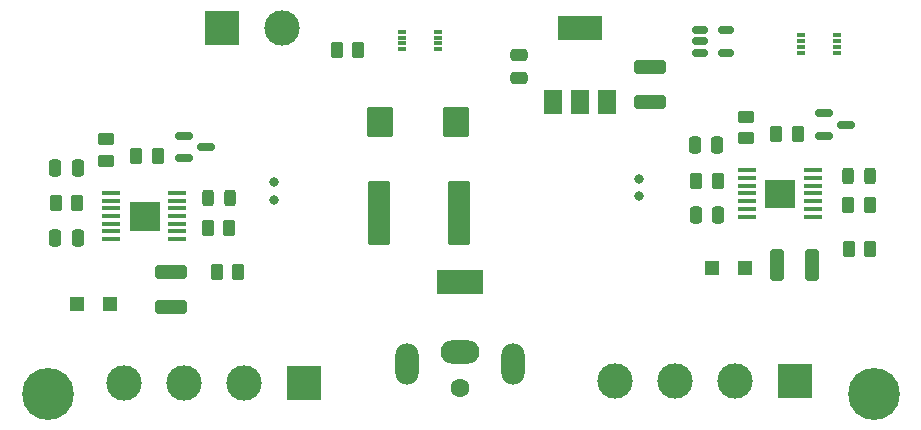
<source format=gbr>
%TF.GenerationSoftware,KiCad,Pcbnew,7.0.7*%
%TF.CreationDate,2024-03-31T21:55:30-04:00*%
%TF.ProjectId,4ch-driver-v0,3463682d-6472-4697-9665-722d76302e6b,rev?*%
%TF.SameCoordinates,Original*%
%TF.FileFunction,Soldermask,Top*%
%TF.FilePolarity,Negative*%
%FSLAX46Y46*%
G04 Gerber Fmt 4.6, Leading zero omitted, Abs format (unit mm)*
G04 Created by KiCad (PCBNEW 7.0.7) date 2024-03-31 21:55:30*
%MOMM*%
%LPD*%
G01*
G04 APERTURE LIST*
G04 Aperture macros list*
%AMRoundRect*
0 Rectangle with rounded corners*
0 $1 Rounding radius*
0 $2 $3 $4 $5 $6 $7 $8 $9 X,Y pos of 4 corners*
0 Add a 4 corners polygon primitive as box body*
4,1,4,$2,$3,$4,$5,$6,$7,$8,$9,$2,$3,0*
0 Add four circle primitives for the rounded corners*
1,1,$1+$1,$2,$3*
1,1,$1+$1,$4,$5*
1,1,$1+$1,$6,$7*
1,1,$1+$1,$8,$9*
0 Add four rect primitives between the rounded corners*
20,1,$1+$1,$2,$3,$4,$5,0*
20,1,$1+$1,$4,$5,$6,$7,0*
20,1,$1+$1,$6,$7,$8,$9,0*
20,1,$1+$1,$8,$9,$2,$3,0*%
G04 Aperture macros list end*
%ADD10C,0.010000*%
%ADD11RoundRect,0.250000X-0.262500X-0.450000X0.262500X-0.450000X0.262500X0.450000X-0.262500X0.450000X0*%
%ADD12RoundRect,0.250000X-1.100000X0.325000X-1.100000X-0.325000X1.100000X-0.325000X1.100000X0.325000X0*%
%ADD13R,0.800000X0.300000*%
%ADD14RoundRect,0.243750X-0.243750X-0.456250X0.243750X-0.456250X0.243750X0.456250X-0.243750X0.456250X0*%
%ADD15RoundRect,0.250000X-0.450000X0.262500X-0.450000X-0.262500X0.450000X-0.262500X0.450000X0.262500X0*%
%ADD16C,4.400000*%
%ADD17RoundRect,0.250000X-0.250000X-0.475000X0.250000X-0.475000X0.250000X0.475000X-0.250000X0.475000X0*%
%ADD18RoundRect,0.250000X0.712500X2.475000X-0.712500X2.475000X-0.712500X-2.475000X0.712500X-2.475000X0*%
%ADD19R,1.200000X1.200000*%
%ADD20RoundRect,0.150000X-0.587500X-0.150000X0.587500X-0.150000X0.587500X0.150000X-0.587500X0.150000X0*%
%ADD21RoundRect,0.150000X-0.512500X-0.150000X0.512500X-0.150000X0.512500X0.150000X-0.512500X0.150000X0*%
%ADD22RoundRect,0.250000X0.325000X1.100000X-0.325000X1.100000X-0.325000X-1.100000X0.325000X-1.100000X0*%
%ADD23R,1.600000X0.300000*%
%ADD24C,0.800000*%
%ADD25RoundRect,0.250000X-0.475000X0.250000X-0.475000X-0.250000X0.475000X-0.250000X0.475000X0.250000X0*%
%ADD26R,3.000000X3.000000*%
%ADD27C,3.000000*%
%ADD28RoundRect,0.250000X0.875000X1.025000X-0.875000X1.025000X-0.875000X-1.025000X0.875000X-1.025000X0*%
%ADD29R,1.500000X2.000000*%
%ADD30R,3.800000X2.000000*%
%ADD31C,1.600000*%
%ADD32R,4.000000X2.000000*%
%ADD33O,3.300000X2.000000*%
%ADD34O,2.000000X3.500000*%
G04 APERTURE END LIST*
%TO.C,U3*%
D10*
X118530000Y-104285000D02*
X116070000Y-104285000D01*
X116070000Y-101975000D01*
X118530000Y-101975000D01*
X118530000Y-104285000D01*
G36*
X118530000Y-104285000D02*
G01*
X116070000Y-104285000D01*
X116070000Y-101975000D01*
X118530000Y-101975000D01*
X118530000Y-104285000D01*
G37*
%TO.C,U5*%
X172324000Y-102379000D02*
X169864000Y-102379000D01*
X169864000Y-100069000D01*
X172324000Y-100069000D01*
X172324000Y-102379000D01*
G36*
X172324000Y-102379000D02*
G01*
X169864000Y-102379000D01*
X169864000Y-100069000D01*
X172324000Y-100069000D01*
X172324000Y-102379000D01*
G37*
%TD*%
D11*
%TO.C,R12*%
X109807500Y-102070000D03*
X111632500Y-102070000D03*
%TD*%
D12*
%TO.C,C9*%
X119600000Y-107905000D03*
X119600000Y-110855000D03*
%TD*%
D13*
%TO.C,U4*%
X139076000Y-87520000D03*
X139076000Y-88020000D03*
X139076000Y-88520000D03*
X139076000Y-89020000D03*
X142176000Y-89020000D03*
X142176000Y-88520000D03*
X142176000Y-88020000D03*
X142176000Y-87520000D03*
%TD*%
D14*
%TO.C,D5*%
X122712500Y-101620000D03*
X124587500Y-101620000D03*
%TD*%
D15*
%TO.C,R14*%
X168254000Y-94721500D03*
X168254000Y-96546500D03*
%TD*%
D16*
%TO.C,H1*%
X179040000Y-118180000D03*
%TD*%
D17*
%TO.C,C8*%
X109770000Y-104950000D03*
X111670000Y-104950000D03*
%TD*%
D18*
%TO.C,F1*%
X143927500Y-102900000D03*
X137152500Y-102900000D03*
%TD*%
D14*
%TO.C,D7*%
X176876500Y-99724000D03*
X178751500Y-99724000D03*
%TD*%
D19*
%TO.C,D6*%
X114407500Y-110610000D03*
X111607500Y-110610000D03*
%TD*%
D20*
%TO.C,Q2*%
X120642500Y-96340000D03*
X120642500Y-98240000D03*
X122517500Y-97290000D03*
%TD*%
D21*
%TO.C,U8*%
X164312500Y-87390000D03*
X164312500Y-88340000D03*
X164312500Y-89290000D03*
X166587500Y-89290000D03*
X166587500Y-87390000D03*
%TD*%
D22*
%TO.C,C13*%
X173795000Y-107250000D03*
X170845000Y-107250000D03*
%TD*%
D23*
%TO.C,U3*%
X114500000Y-101180000D03*
X114500000Y-101830000D03*
X114500000Y-102480000D03*
X114500000Y-103130000D03*
X114500000Y-103780000D03*
X114500000Y-104430000D03*
X114500000Y-105080000D03*
X120100000Y-105080000D03*
X120100000Y-104430000D03*
X120100000Y-103780000D03*
X120100000Y-103130000D03*
X120100000Y-102480000D03*
X120100000Y-101830000D03*
X120100000Y-101180000D03*
D24*
X116550000Y-103130000D03*
X118050000Y-103130000D03*
%TD*%
D23*
%TO.C,U5*%
X168294000Y-99274000D03*
X168294000Y-99924000D03*
X168294000Y-100574000D03*
X168294000Y-101224000D03*
X168294000Y-101874000D03*
X168294000Y-102524000D03*
X168294000Y-103174000D03*
X173894000Y-103174000D03*
X173894000Y-102524000D03*
X173894000Y-101874000D03*
X173894000Y-101224000D03*
X173894000Y-100574000D03*
X173894000Y-99924000D03*
X173894000Y-99274000D03*
D24*
X170344000Y-101224000D03*
X171844000Y-101224000D03*
%TD*%
D16*
%TO.C,H2*%
X109140000Y-118180000D03*
%TD*%
D25*
%TO.C,C5*%
X149050000Y-89510000D03*
X149050000Y-91410000D03*
%TD*%
D26*
%TO.C,J2*%
X172380000Y-117100000D03*
D27*
X167300000Y-117100000D03*
X162220000Y-117100000D03*
X157140000Y-117100000D03*
%TD*%
D11*
%TO.C,R8*%
X176901500Y-102224000D03*
X178726500Y-102224000D03*
%TD*%
D17*
%TO.C,C7*%
X109770000Y-99060000D03*
X111670000Y-99060000D03*
%TD*%
D11*
%TO.C,R13*%
X170811500Y-96164000D03*
X172636500Y-96164000D03*
%TD*%
D19*
%TO.C,D8*%
X168188000Y-107574000D03*
X165388000Y-107574000D03*
%TD*%
D28*
%TO.C,C1*%
X143650000Y-95210000D03*
X137250000Y-95210000D03*
%TD*%
D12*
%TO.C,C6*%
X160090000Y-90525000D03*
X160090000Y-93475000D03*
%TD*%
D11*
%TO.C,R15*%
X164021500Y-100164000D03*
X165846500Y-100164000D03*
%TD*%
D15*
%TO.C,R11*%
X114040000Y-96627500D03*
X114040000Y-98452500D03*
%TD*%
D11*
%TO.C,R20*%
X133587500Y-89080000D03*
X135412500Y-89080000D03*
%TD*%
%TO.C,R9*%
X122687500Y-104130000D03*
X124512500Y-104130000D03*
%TD*%
%TO.C,R7*%
X123437500Y-107880000D03*
X125262500Y-107880000D03*
%TD*%
%TO.C,R10*%
X116597500Y-98070000D03*
X118422500Y-98070000D03*
%TD*%
D29*
%TO.C,U2*%
X151880000Y-93470000D03*
X154180000Y-93470000D03*
D30*
X154180000Y-87170000D03*
D29*
X156480000Y-93470000D03*
%TD*%
D17*
%TO.C,C12*%
X163984000Y-103074000D03*
X165884000Y-103074000D03*
%TD*%
%TO.C,C11*%
X163914000Y-97144000D03*
X165814000Y-97144000D03*
%TD*%
D13*
%TO.C,U7*%
X172870000Y-87820000D03*
X172870000Y-88320000D03*
X172870000Y-88820000D03*
X172870000Y-89320000D03*
X175970000Y-89320000D03*
X175970000Y-88820000D03*
X175970000Y-88320000D03*
X175970000Y-87820000D03*
%TD*%
D20*
%TO.C,Q3*%
X174856500Y-94434000D03*
X174856500Y-96334000D03*
X176731500Y-95384000D03*
%TD*%
D11*
%TO.C,R2*%
X176927500Y-105950000D03*
X178752500Y-105950000D03*
%TD*%
D31*
%TO.C,J1*%
X144040000Y-117680000D03*
D32*
X144040000Y-108680000D03*
D33*
X144040000Y-114680000D03*
D34*
X148540000Y-115680000D03*
X139540000Y-115680000D03*
%TD*%
D24*
%TO.C,U6*%
X159168000Y-101460000D03*
X159168000Y-99960000D03*
%TD*%
D26*
%TO.C,J4*%
X123870000Y-87180000D03*
D27*
X128950000Y-87180000D03*
%TD*%
D26*
%TO.C,J3*%
X130840000Y-117230000D03*
D27*
X125760000Y-117230000D03*
X120680000Y-117230000D03*
X115600000Y-117230000D03*
%TD*%
D24*
%TO.C,U1*%
X128290000Y-101770000D03*
X128290000Y-100270000D03*
%TD*%
M02*

</source>
